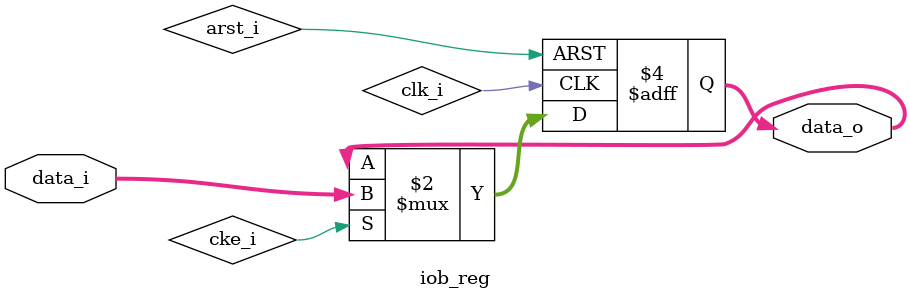
<source format=v>
`timescale 1ns / 1ps

module iob_reg #(
   parameter DATA_W  = 21,
   parameter RST_VAL = {DATA_W{1'b0}},
   parameter CLKEDGE = "posedge"
) (
   `include "clk_en_rst_port.vs"

   input      [DATA_W-1:0] data_i,
   output reg [DATA_W-1:0] data_o
);

   generate
      if (CLKEDGE == "posedge") begin : positive_edge
         always @(posedge clk_i, posedge arst_i) begin
            if (arst_i) begin
               data_o <= RST_VAL;
            end else if (cke_i) begin
               data_o <= data_i;
            end
         end
      end else if (CLKEDGE == "negedge") begin : negative_edge
         always @(negedge clk_i, posedge arst_i) begin
            if (arst_i) begin
               data_o <= RST_VAL;
            end else if (cke_i) begin
               data_o <= data_i;
            end
         end
      end
   endgenerate

endmodule

</source>
